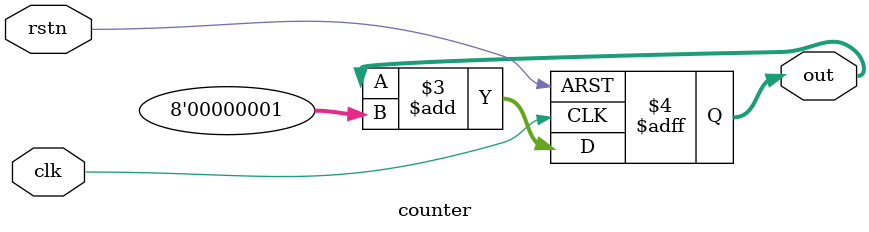
<source format=v>
module counter (
    clk,
    rstn,
    out
);
    input clk;
    input rstn;
    output reg[7:0] out;

    always @(posedge clk or negedge rstn) begin
        if (!rstn) begin
            out <= 0;
        end else begin
            out <= out + 8'd1;
        end
    end
    
endmodule
</source>
